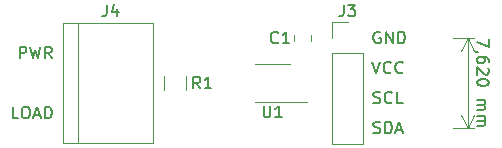
<source format=gbr>
G04 #@! TF.GenerationSoftware,KiCad,Pcbnew,5.1.5*
G04 #@! TF.CreationDate,2020-01-04T22:00:14+01:00*
G04 #@! TF.ProjectId,cs_ina220,63735f69-6e61-4323-9230-2e6b69636164,rev?*
G04 #@! TF.SameCoordinates,Original*
G04 #@! TF.FileFunction,Legend,Top*
G04 #@! TF.FilePolarity,Positive*
%FSLAX46Y46*%
G04 Gerber Fmt 4.6, Leading zero omitted, Abs format (unit mm)*
G04 Created by KiCad (PCBNEW 5.1.5) date 2020-01-04 22:00:14*
%MOMM*%
%LPD*%
G04 APERTURE LIST*
%ADD10C,0.150000*%
%ADD11C,0.120000*%
G04 APERTURE END LIST*
D10*
X144057619Y-87725714D02*
X144057619Y-88392380D01*
X143057619Y-87963809D01*
X143105238Y-88820952D02*
X143057619Y-88820952D01*
X142962380Y-88773333D01*
X142914761Y-88725714D01*
X144057619Y-89678095D02*
X144057619Y-89487619D01*
X144010000Y-89392380D01*
X143962380Y-89344761D01*
X143819523Y-89249523D01*
X143629047Y-89201904D01*
X143248095Y-89201904D01*
X143152857Y-89249523D01*
X143105238Y-89297142D01*
X143057619Y-89392380D01*
X143057619Y-89582857D01*
X143105238Y-89678095D01*
X143152857Y-89725714D01*
X143248095Y-89773333D01*
X143486190Y-89773333D01*
X143581428Y-89725714D01*
X143629047Y-89678095D01*
X143676666Y-89582857D01*
X143676666Y-89392380D01*
X143629047Y-89297142D01*
X143581428Y-89249523D01*
X143486190Y-89201904D01*
X143962380Y-90154285D02*
X144010000Y-90201904D01*
X144057619Y-90297142D01*
X144057619Y-90535238D01*
X144010000Y-90630476D01*
X143962380Y-90678095D01*
X143867142Y-90725714D01*
X143771904Y-90725714D01*
X143629047Y-90678095D01*
X143057619Y-90106666D01*
X143057619Y-90725714D01*
X144057619Y-91344761D02*
X144057619Y-91440000D01*
X144010000Y-91535238D01*
X143962380Y-91582857D01*
X143867142Y-91630476D01*
X143676666Y-91678095D01*
X143438571Y-91678095D01*
X143248095Y-91630476D01*
X143152857Y-91582857D01*
X143105238Y-91535238D01*
X143057619Y-91440000D01*
X143057619Y-91344761D01*
X143105238Y-91249523D01*
X143152857Y-91201904D01*
X143248095Y-91154285D01*
X143438571Y-91106666D01*
X143676666Y-91106666D01*
X143867142Y-91154285D01*
X143962380Y-91201904D01*
X144010000Y-91249523D01*
X144057619Y-91344761D01*
X143057619Y-92868571D02*
X143724285Y-92868571D01*
X143629047Y-92868571D02*
X143676666Y-92916190D01*
X143724285Y-93011428D01*
X143724285Y-93154285D01*
X143676666Y-93249523D01*
X143581428Y-93297142D01*
X143057619Y-93297142D01*
X143581428Y-93297142D02*
X143676666Y-93344761D01*
X143724285Y-93440000D01*
X143724285Y-93582857D01*
X143676666Y-93678095D01*
X143581428Y-93725714D01*
X143057619Y-93725714D01*
X143057619Y-94201904D02*
X143724285Y-94201904D01*
X143629047Y-94201904D02*
X143676666Y-94249523D01*
X143724285Y-94344761D01*
X143724285Y-94487619D01*
X143676666Y-94582857D01*
X143581428Y-94630476D01*
X143057619Y-94630476D01*
X143581428Y-94630476D02*
X143676666Y-94678095D01*
X143724285Y-94773333D01*
X143724285Y-94916190D01*
X143676666Y-95011428D01*
X143581428Y-95059047D01*
X143057619Y-95059047D01*
D11*
X142240000Y-87630000D02*
X142240000Y-95250000D01*
X140970000Y-87630000D02*
X142826421Y-87630000D01*
X140970000Y-95250000D02*
X142826421Y-95250000D01*
X142240000Y-95250000D02*
X141653579Y-94123496D01*
X142240000Y-95250000D02*
X142826421Y-94123496D01*
X142240000Y-87630000D02*
X141653579Y-88756504D01*
X142240000Y-87630000D02*
X142826421Y-88756504D01*
D10*
X134272976Y-95654761D02*
X134415833Y-95702380D01*
X134653928Y-95702380D01*
X134749166Y-95654761D01*
X134796785Y-95607142D01*
X134844404Y-95511904D01*
X134844404Y-95416666D01*
X134796785Y-95321428D01*
X134749166Y-95273809D01*
X134653928Y-95226190D01*
X134463452Y-95178571D01*
X134368214Y-95130952D01*
X134320595Y-95083333D01*
X134272976Y-94988095D01*
X134272976Y-94892857D01*
X134320595Y-94797619D01*
X134368214Y-94750000D01*
X134463452Y-94702380D01*
X134701547Y-94702380D01*
X134844404Y-94750000D01*
X135272976Y-95702380D02*
X135272976Y-94702380D01*
X135511071Y-94702380D01*
X135653928Y-94750000D01*
X135749166Y-94845238D01*
X135796785Y-94940476D01*
X135844404Y-95130952D01*
X135844404Y-95273809D01*
X135796785Y-95464285D01*
X135749166Y-95559523D01*
X135653928Y-95654761D01*
X135511071Y-95702380D01*
X135272976Y-95702380D01*
X136225357Y-95416666D02*
X136701547Y-95416666D01*
X136130119Y-95702380D02*
X136463452Y-94702380D01*
X136796785Y-95702380D01*
X134272976Y-93114761D02*
X134415833Y-93162380D01*
X134653928Y-93162380D01*
X134749166Y-93114761D01*
X134796785Y-93067142D01*
X134844404Y-92971904D01*
X134844404Y-92876666D01*
X134796785Y-92781428D01*
X134749166Y-92733809D01*
X134653928Y-92686190D01*
X134463452Y-92638571D01*
X134368214Y-92590952D01*
X134320595Y-92543333D01*
X134272976Y-92448095D01*
X134272976Y-92352857D01*
X134320595Y-92257619D01*
X134368214Y-92210000D01*
X134463452Y-92162380D01*
X134701547Y-92162380D01*
X134844404Y-92210000D01*
X135844404Y-93067142D02*
X135796785Y-93114761D01*
X135653928Y-93162380D01*
X135558690Y-93162380D01*
X135415833Y-93114761D01*
X135320595Y-93019523D01*
X135272976Y-92924285D01*
X135225357Y-92733809D01*
X135225357Y-92590952D01*
X135272976Y-92400476D01*
X135320595Y-92305238D01*
X135415833Y-92210000D01*
X135558690Y-92162380D01*
X135653928Y-92162380D01*
X135796785Y-92210000D01*
X135844404Y-92257619D01*
X136749166Y-93162380D02*
X136272976Y-93162380D01*
X136272976Y-92162380D01*
X134177738Y-89622380D02*
X134511071Y-90622380D01*
X134844404Y-89622380D01*
X135749166Y-90527142D02*
X135701547Y-90574761D01*
X135558690Y-90622380D01*
X135463452Y-90622380D01*
X135320595Y-90574761D01*
X135225357Y-90479523D01*
X135177738Y-90384285D01*
X135130119Y-90193809D01*
X135130119Y-90050952D01*
X135177738Y-89860476D01*
X135225357Y-89765238D01*
X135320595Y-89670000D01*
X135463452Y-89622380D01*
X135558690Y-89622380D01*
X135701547Y-89670000D01*
X135749166Y-89717619D01*
X136749166Y-90527142D02*
X136701547Y-90574761D01*
X136558690Y-90622380D01*
X136463452Y-90622380D01*
X136320595Y-90574761D01*
X136225357Y-90479523D01*
X136177738Y-90384285D01*
X136130119Y-90193809D01*
X136130119Y-90050952D01*
X136177738Y-89860476D01*
X136225357Y-89765238D01*
X136320595Y-89670000D01*
X136463452Y-89622380D01*
X136558690Y-89622380D01*
X136701547Y-89670000D01*
X136749166Y-89717619D01*
X134844404Y-87130000D02*
X134749166Y-87082380D01*
X134606309Y-87082380D01*
X134463452Y-87130000D01*
X134368214Y-87225238D01*
X134320595Y-87320476D01*
X134272976Y-87510952D01*
X134272976Y-87653809D01*
X134320595Y-87844285D01*
X134368214Y-87939523D01*
X134463452Y-88034761D01*
X134606309Y-88082380D01*
X134701547Y-88082380D01*
X134844404Y-88034761D01*
X134892023Y-87987142D01*
X134892023Y-87653809D01*
X134701547Y-87653809D01*
X135320595Y-88082380D02*
X135320595Y-87082380D01*
X135892023Y-88082380D01*
X135892023Y-87082380D01*
X136368214Y-88082380D02*
X136368214Y-87082380D01*
X136606309Y-87082380D01*
X136749166Y-87130000D01*
X136844404Y-87225238D01*
X136892023Y-87320476D01*
X136939642Y-87510952D01*
X136939642Y-87653809D01*
X136892023Y-87844285D01*
X136844404Y-87939523D01*
X136749166Y-88034761D01*
X136606309Y-88082380D01*
X136368214Y-88082380D01*
X104217500Y-94432380D02*
X103741309Y-94432380D01*
X103741309Y-93432380D01*
X104741309Y-93432380D02*
X104931785Y-93432380D01*
X105027023Y-93480000D01*
X105122261Y-93575238D01*
X105169880Y-93765714D01*
X105169880Y-94099047D01*
X105122261Y-94289523D01*
X105027023Y-94384761D01*
X104931785Y-94432380D01*
X104741309Y-94432380D01*
X104646071Y-94384761D01*
X104550833Y-94289523D01*
X104503214Y-94099047D01*
X104503214Y-93765714D01*
X104550833Y-93575238D01*
X104646071Y-93480000D01*
X104741309Y-93432380D01*
X105550833Y-94146666D02*
X106027023Y-94146666D01*
X105455595Y-94432380D02*
X105788928Y-93432380D01*
X106122261Y-94432380D01*
X106455595Y-94432380D02*
X106455595Y-93432380D01*
X106693690Y-93432380D01*
X106836547Y-93480000D01*
X106931785Y-93575238D01*
X106979404Y-93670476D01*
X107027023Y-93860952D01*
X107027023Y-94003809D01*
X106979404Y-94194285D01*
X106931785Y-94289523D01*
X106836547Y-94384761D01*
X106693690Y-94432380D01*
X106455595Y-94432380D01*
X104312738Y-89352380D02*
X104312738Y-88352380D01*
X104693690Y-88352380D01*
X104788928Y-88400000D01*
X104836547Y-88447619D01*
X104884166Y-88542857D01*
X104884166Y-88685714D01*
X104836547Y-88780952D01*
X104788928Y-88828571D01*
X104693690Y-88876190D01*
X104312738Y-88876190D01*
X105217500Y-88352380D02*
X105455595Y-89352380D01*
X105646071Y-88638095D01*
X105836547Y-89352380D01*
X106074642Y-88352380D01*
X107027023Y-89352380D02*
X106693690Y-88876190D01*
X106455595Y-89352380D02*
X106455595Y-88352380D01*
X106836547Y-88352380D01*
X106931785Y-88400000D01*
X106979404Y-88447619D01*
X107027023Y-88542857D01*
X107027023Y-88685714D01*
X106979404Y-88780952D01*
X106931785Y-88828571D01*
X106836547Y-88876190D01*
X106455595Y-88876190D01*
D11*
X125730000Y-93050000D02*
X128655000Y-93050000D01*
X125730000Y-93050000D02*
X124230000Y-93050000D01*
X125730000Y-89830000D02*
X127230000Y-89830000D01*
X125730000Y-89830000D02*
X124230000Y-89830000D01*
X116565000Y-90837936D02*
X116565000Y-92042064D01*
X118385000Y-90837936D02*
X118385000Y-92042064D01*
X107950000Y-86360000D02*
X107950000Y-96520000D01*
X115570000Y-86360000D02*
X107950000Y-86360000D01*
X115570000Y-96520000D02*
X115570000Y-86360000D01*
X107950000Y-96520000D02*
X115570000Y-96520000D01*
X109220000Y-96520000D02*
X109220000Y-86360000D01*
X130750000Y-86300000D02*
X132080000Y-86300000D01*
X130750000Y-87630000D02*
X130750000Y-86300000D01*
X130750000Y-88900000D02*
X133410000Y-88900000D01*
X133410000Y-88900000D02*
X133410000Y-96580000D01*
X130750000Y-88900000D02*
X130750000Y-96580000D01*
X130750000Y-96580000D02*
X133410000Y-96580000D01*
X127560000Y-87368748D02*
X127560000Y-87891252D01*
X128980000Y-87368748D02*
X128980000Y-87891252D01*
D10*
X124968095Y-93342380D02*
X124968095Y-94151904D01*
X125015714Y-94247142D01*
X125063333Y-94294761D01*
X125158571Y-94342380D01*
X125349047Y-94342380D01*
X125444285Y-94294761D01*
X125491904Y-94247142D01*
X125539523Y-94151904D01*
X125539523Y-93342380D01*
X126539523Y-94342380D02*
X125968095Y-94342380D01*
X126253809Y-94342380D02*
X126253809Y-93342380D01*
X126158571Y-93485238D01*
X126063333Y-93580476D01*
X125968095Y-93628095D01*
X119594333Y-91892380D02*
X119261000Y-91416190D01*
X119022904Y-91892380D02*
X119022904Y-90892380D01*
X119403857Y-90892380D01*
X119499095Y-90940000D01*
X119546714Y-90987619D01*
X119594333Y-91082857D01*
X119594333Y-91225714D01*
X119546714Y-91320952D01*
X119499095Y-91368571D01*
X119403857Y-91416190D01*
X119022904Y-91416190D01*
X120546714Y-91892380D02*
X119975285Y-91892380D01*
X120261000Y-91892380D02*
X120261000Y-90892380D01*
X120165761Y-91035238D01*
X120070523Y-91130476D01*
X119975285Y-91178095D01*
X111680666Y-84796380D02*
X111680666Y-85510666D01*
X111633047Y-85653523D01*
X111537809Y-85748761D01*
X111394952Y-85796380D01*
X111299714Y-85796380D01*
X112585428Y-85129714D02*
X112585428Y-85796380D01*
X112347333Y-84748761D02*
X112109238Y-85463047D01*
X112728285Y-85463047D01*
X131746666Y-84796380D02*
X131746666Y-85510666D01*
X131699047Y-85653523D01*
X131603809Y-85748761D01*
X131460952Y-85796380D01*
X131365714Y-85796380D01*
X132127619Y-84796380D02*
X132746666Y-84796380D01*
X132413333Y-85177333D01*
X132556190Y-85177333D01*
X132651428Y-85224952D01*
X132699047Y-85272571D01*
X132746666Y-85367809D01*
X132746666Y-85605904D01*
X132699047Y-85701142D01*
X132651428Y-85748761D01*
X132556190Y-85796380D01*
X132270476Y-85796380D01*
X132175238Y-85748761D01*
X132127619Y-85701142D01*
X126198333Y-87987142D02*
X126150714Y-88034761D01*
X126007857Y-88082380D01*
X125912619Y-88082380D01*
X125769761Y-88034761D01*
X125674523Y-87939523D01*
X125626904Y-87844285D01*
X125579285Y-87653809D01*
X125579285Y-87510952D01*
X125626904Y-87320476D01*
X125674523Y-87225238D01*
X125769761Y-87130000D01*
X125912619Y-87082380D01*
X126007857Y-87082380D01*
X126150714Y-87130000D01*
X126198333Y-87177619D01*
X127150714Y-88082380D02*
X126579285Y-88082380D01*
X126865000Y-88082380D02*
X126865000Y-87082380D01*
X126769761Y-87225238D01*
X126674523Y-87320476D01*
X126579285Y-87368095D01*
M02*

</source>
